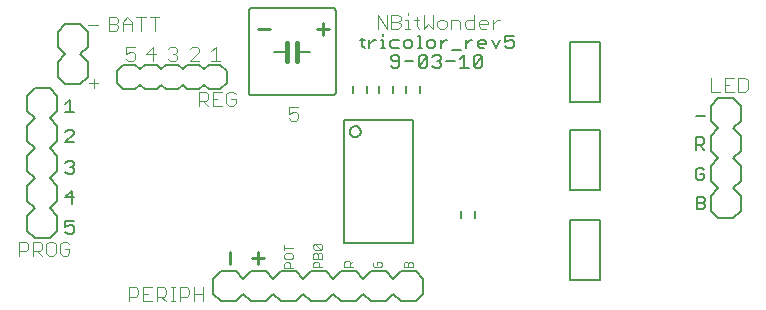
<source format=gto>
G75*
G70*
%OFA0B0*%
%FSLAX24Y24*%
%IPPOS*%
%LPD*%
%AMOC8*
5,1,8,0,0,1.08239X$1,22.5*
%
%ADD10C,0.0110*%
%ADD11C,0.0080*%
%ADD12C,0.0040*%
%ADD13C,0.0030*%
%ADD14C,0.0050*%
%ADD15C,0.0060*%
%ADD16C,0.0160*%
D10*
X007885Y002013D02*
X007885Y002407D01*
X008628Y002207D02*
X009022Y002207D01*
X008825Y002403D02*
X008825Y002010D01*
X010999Y009639D02*
X010999Y010032D01*
X010802Y009836D02*
X011196Y009836D01*
X009210Y009844D02*
X008816Y009844D01*
D11*
X012235Y009479D02*
X012375Y009479D01*
X012305Y009549D02*
X012305Y009269D01*
X012375Y009199D01*
X012541Y009199D02*
X012541Y009479D01*
X012541Y009339D02*
X012682Y009479D01*
X012752Y009479D01*
X012925Y009479D02*
X012995Y009479D01*
X012995Y009199D01*
X012925Y009199D02*
X013065Y009199D01*
X013232Y009269D02*
X013302Y009199D01*
X013512Y009199D01*
X013692Y009269D02*
X013762Y009199D01*
X013903Y009199D01*
X013973Y009269D01*
X013973Y009409D01*
X013903Y009479D01*
X013762Y009479D01*
X013692Y009409D01*
X013692Y009269D01*
X013302Y009479D02*
X013232Y009409D01*
X013232Y009269D01*
X013302Y009479D02*
X013512Y009479D01*
X012995Y009619D02*
X012995Y009689D01*
X014153Y009619D02*
X014223Y009619D01*
X014223Y009199D01*
X014153Y009199D02*
X014293Y009199D01*
X014460Y009269D02*
X014530Y009199D01*
X014670Y009199D01*
X014740Y009269D01*
X014740Y009409D01*
X014670Y009479D01*
X014530Y009479D01*
X014460Y009409D01*
X014460Y009269D01*
X014920Y009199D02*
X014920Y009479D01*
X014920Y009339D02*
X015060Y009479D01*
X015130Y009479D01*
X015764Y009479D02*
X015764Y009199D01*
X015764Y009339D02*
X015904Y009479D01*
X015974Y009479D01*
X016148Y009409D02*
X016218Y009479D01*
X016358Y009479D01*
X016428Y009409D01*
X016428Y009339D01*
X016148Y009339D01*
X016148Y009269D02*
X016148Y009409D01*
X016148Y009269D02*
X016218Y009199D01*
X016358Y009199D01*
X016608Y009479D02*
X016748Y009199D01*
X016888Y009479D01*
X017068Y009409D02*
X017208Y009479D01*
X017278Y009479D01*
X017349Y009409D01*
X017349Y009269D01*
X017278Y009199D01*
X017138Y009199D01*
X017068Y009269D01*
X017068Y009409D02*
X017068Y009619D01*
X017349Y009619D01*
X016302Y008900D02*
X016232Y008970D01*
X016092Y008970D01*
X016022Y008900D01*
X016022Y008620D01*
X016302Y008900D01*
X016302Y008620D01*
X016232Y008550D01*
X016092Y008550D01*
X016022Y008620D01*
X015842Y008550D02*
X015561Y008550D01*
X015701Y008550D02*
X015701Y008970D01*
X015561Y008830D01*
X015381Y008760D02*
X015101Y008760D01*
X014921Y008830D02*
X014851Y008760D01*
X014921Y008690D01*
X014921Y008620D01*
X014851Y008550D01*
X014711Y008550D01*
X014641Y008620D01*
X014461Y008620D02*
X014390Y008550D01*
X014250Y008550D01*
X014180Y008620D01*
X014461Y008900D01*
X014461Y008620D01*
X014180Y008620D02*
X014180Y008900D01*
X014250Y008970D01*
X014390Y008970D01*
X014461Y008900D01*
X014641Y008900D02*
X014711Y008970D01*
X014851Y008970D01*
X014921Y008900D01*
X014921Y008830D01*
X014851Y008760D02*
X014781Y008760D01*
X014000Y008760D02*
X013720Y008760D01*
X013540Y008760D02*
X013330Y008760D01*
X013260Y008830D01*
X013260Y008900D01*
X013330Y008970D01*
X013470Y008970D01*
X013540Y008900D01*
X013540Y008620D01*
X013470Y008550D01*
X013330Y008550D01*
X013260Y008620D01*
X015304Y009129D02*
X015584Y009129D01*
X023440Y006955D02*
X023720Y006955D01*
X023920Y006783D02*
X023920Y007283D01*
X024170Y007533D01*
X024670Y007533D01*
X024920Y007283D01*
X024920Y006783D01*
X024670Y006533D01*
X024920Y006283D01*
X024920Y005783D01*
X024670Y005533D01*
X024920Y005283D01*
X024920Y004783D01*
X024670Y004533D01*
X024920Y004283D01*
X024920Y003783D01*
X024670Y003533D01*
X024170Y003533D01*
X023920Y003783D01*
X023920Y004283D01*
X024170Y004533D01*
X023920Y004783D01*
X023920Y005283D01*
X024170Y005533D01*
X023920Y005783D01*
X023920Y006283D01*
X024170Y006533D01*
X023920Y006783D01*
X023621Y006244D02*
X023411Y006244D01*
X023411Y005823D01*
X023551Y005963D02*
X023691Y005823D01*
X023621Y005963D02*
X023411Y005963D01*
X023621Y005963D02*
X023691Y006033D01*
X023691Y006174D01*
X023621Y006244D01*
X023621Y005215D02*
X023481Y005215D01*
X023411Y005145D01*
X023411Y004864D01*
X023481Y004794D01*
X023621Y004794D01*
X023691Y004864D01*
X023691Y005005D01*
X023551Y005005D01*
X023691Y005145D02*
X023621Y005215D01*
X023657Y004252D02*
X023447Y004252D01*
X023447Y003831D01*
X023657Y003831D01*
X023728Y003901D01*
X023728Y003971D01*
X023657Y004041D01*
X023447Y004041D01*
X023657Y004041D02*
X023728Y004111D01*
X023728Y004181D01*
X023657Y004252D01*
X014333Y001512D02*
X014333Y001012D01*
X014083Y000762D01*
X013583Y000762D01*
X013333Y001012D01*
X013083Y000762D01*
X012583Y000762D01*
X012333Y001012D01*
X012083Y000762D01*
X011583Y000762D01*
X011333Y001012D01*
X011083Y000762D01*
X010583Y000762D01*
X010333Y001012D01*
X010083Y000762D01*
X009583Y000762D01*
X009333Y001012D01*
X009083Y000762D01*
X008583Y000762D01*
X008333Y001012D01*
X008083Y000762D01*
X007583Y000762D01*
X007333Y001012D01*
X007333Y001512D01*
X007583Y001762D01*
X008083Y001762D01*
X008333Y001512D01*
X008583Y001762D01*
X009083Y001762D01*
X009333Y001512D01*
X009583Y001762D01*
X010083Y001762D01*
X010333Y001512D01*
X010583Y001762D01*
X011083Y001762D01*
X011333Y001512D01*
X011583Y001762D01*
X012083Y001762D01*
X012333Y001512D01*
X012583Y001762D01*
X013083Y001762D01*
X013333Y001512D01*
X013583Y001762D01*
X014083Y001762D01*
X014333Y001512D01*
X002685Y003090D02*
X002615Y003020D01*
X002475Y003020D01*
X002404Y003090D01*
X002404Y003230D02*
X002545Y003300D01*
X002615Y003300D01*
X002685Y003230D01*
X002685Y003090D01*
X002404Y003230D02*
X002404Y003440D01*
X002685Y003440D01*
X002133Y003612D02*
X002133Y003112D01*
X001883Y002862D01*
X001383Y002862D01*
X001133Y003112D01*
X001133Y003612D01*
X001383Y003862D01*
X001133Y004112D01*
X001133Y004612D01*
X001383Y004862D01*
X001133Y005112D01*
X001133Y005612D01*
X001383Y005862D01*
X001133Y006112D01*
X001133Y006612D01*
X001383Y006862D01*
X001133Y007112D01*
X001133Y007612D01*
X001383Y007862D01*
X001883Y007862D01*
X002133Y007612D01*
X002133Y007112D01*
X001883Y006862D01*
X002133Y006612D01*
X002133Y006112D01*
X001883Y005862D01*
X002133Y005612D01*
X002133Y005112D01*
X001883Y004862D01*
X002133Y004612D01*
X002133Y004112D01*
X001883Y003862D01*
X002133Y003612D01*
X002615Y004020D02*
X002615Y004440D01*
X002404Y004230D01*
X002685Y004230D01*
X002615Y005020D02*
X002475Y005020D01*
X002404Y005090D01*
X002545Y005230D02*
X002615Y005230D01*
X002685Y005160D01*
X002685Y005090D01*
X002615Y005020D01*
X002615Y005230D02*
X002685Y005300D01*
X002685Y005370D01*
X002615Y005440D01*
X002475Y005440D01*
X002404Y005370D01*
X002404Y006070D02*
X002685Y006350D01*
X002685Y006420D01*
X002615Y006490D01*
X002475Y006490D01*
X002404Y006420D01*
X002404Y006070D02*
X002685Y006070D01*
X002685Y007070D02*
X002404Y007070D01*
X002545Y007070D02*
X002545Y007490D01*
X002404Y007350D01*
X002401Y008008D02*
X002901Y008008D01*
X003151Y008258D01*
X003151Y008758D01*
X002901Y009008D01*
X003151Y009258D01*
X003151Y009758D01*
X002901Y010008D01*
X002401Y010008D01*
X002151Y009758D01*
X002151Y009258D01*
X002401Y009008D01*
X002151Y008758D01*
X002151Y008258D01*
X002401Y008008D01*
D12*
X004532Y001228D02*
X004532Y000767D01*
X004532Y000921D02*
X004762Y000921D01*
X004838Y000998D01*
X004838Y001151D01*
X004762Y001228D01*
X004532Y001228D01*
X004992Y001228D02*
X004992Y000767D01*
X005299Y000767D01*
X005452Y000767D02*
X005452Y001228D01*
X005682Y001228D01*
X005759Y001151D01*
X005759Y000998D01*
X005682Y000921D01*
X005452Y000921D01*
X005606Y000921D02*
X005759Y000767D01*
X005913Y000767D02*
X006066Y000767D01*
X005989Y000767D02*
X005989Y001228D01*
X005913Y001228D02*
X006066Y001228D01*
X006219Y001228D02*
X006450Y001228D01*
X006526Y001151D01*
X006526Y000998D01*
X006450Y000921D01*
X006219Y000921D01*
X006680Y000998D02*
X006987Y000998D01*
X006987Y001228D02*
X006987Y000767D01*
X006680Y000767D02*
X006680Y001228D01*
X006219Y001228D02*
X006219Y000767D01*
X005299Y001228D02*
X004992Y001228D01*
X004992Y000998D02*
X005145Y000998D01*
X002541Y002359D02*
X002464Y002282D01*
X002310Y002282D01*
X002234Y002359D01*
X002234Y002666D01*
X002310Y002742D01*
X002464Y002742D01*
X002541Y002666D01*
X002080Y002666D02*
X002003Y002742D01*
X001850Y002742D01*
X001773Y002666D01*
X001773Y002359D01*
X001850Y002282D01*
X002003Y002282D01*
X002080Y002359D01*
X002080Y002666D01*
X002387Y002512D02*
X002541Y002512D01*
X002541Y002359D01*
X001620Y002282D02*
X001466Y002435D01*
X001543Y002435D02*
X001313Y002435D01*
X001159Y002512D02*
X001083Y002435D01*
X000853Y002435D01*
X001159Y002512D02*
X001159Y002666D01*
X001083Y002742D01*
X000853Y002742D01*
X000853Y002282D01*
X001313Y002282D02*
X001313Y002742D01*
X001543Y002742D01*
X001620Y002666D01*
X001620Y002512D01*
X001543Y002435D01*
X009853Y006859D02*
X009929Y006782D01*
X010083Y006782D01*
X010159Y006859D01*
X010159Y007012D01*
X010083Y007089D01*
X010006Y007089D01*
X009853Y007012D01*
X009853Y007242D01*
X010159Y007242D01*
X008080Y007359D02*
X008080Y007512D01*
X007927Y007512D01*
X008080Y007666D02*
X008003Y007742D01*
X007850Y007742D01*
X007773Y007666D01*
X007773Y007359D01*
X007850Y007282D01*
X008003Y007282D01*
X008080Y007359D01*
X007620Y007282D02*
X007313Y007282D01*
X007313Y007742D01*
X007620Y007742D01*
X007466Y007512D02*
X007313Y007512D01*
X007159Y007512D02*
X007083Y007435D01*
X006853Y007435D01*
X006853Y007282D02*
X006853Y007742D01*
X007083Y007742D01*
X007159Y007666D01*
X007159Y007512D01*
X007006Y007435D02*
X007159Y007282D01*
X007256Y008791D02*
X007563Y008791D01*
X007409Y008791D02*
X007409Y009251D01*
X007256Y009097D01*
X006852Y009088D02*
X006852Y009165D01*
X006775Y009242D01*
X006622Y009242D01*
X006545Y009165D01*
X006852Y009088D02*
X006545Y008781D01*
X006852Y008781D01*
X006133Y008858D02*
X006056Y008781D01*
X005903Y008781D01*
X005826Y008858D01*
X005979Y009012D02*
X006056Y009012D01*
X006133Y008935D01*
X006133Y008858D01*
X006056Y009012D02*
X006133Y009088D01*
X006133Y009165D01*
X006056Y009242D01*
X005903Y009242D01*
X005826Y009165D01*
X005413Y009012D02*
X005107Y009012D01*
X005337Y009242D01*
X005337Y008781D01*
X005337Y009242D01*
X005107Y009012D01*
X005413Y009012D01*
X004721Y009012D02*
X004721Y008858D01*
X004645Y008781D01*
X004491Y008781D01*
X004414Y008858D01*
X004414Y009012D02*
X004568Y009088D01*
X004645Y009088D01*
X004721Y009012D01*
X004414Y009012D02*
X004414Y009242D01*
X004721Y009242D01*
X004620Y009782D02*
X004620Y010089D01*
X004466Y010242D01*
X004313Y010089D01*
X004313Y009782D01*
X004159Y009859D02*
X004083Y009782D01*
X003853Y009782D01*
X003853Y010242D01*
X004083Y010242D01*
X004159Y010166D01*
X004159Y010089D01*
X004083Y010012D01*
X003853Y010012D01*
X004083Y010012D02*
X004159Y009935D01*
X004159Y009859D01*
X004313Y010012D02*
X004620Y010012D01*
X004773Y010242D02*
X005080Y010242D01*
X004927Y010242D02*
X004927Y009782D01*
X005387Y009782D02*
X005387Y010242D01*
X005234Y010242D02*
X005541Y010242D01*
X003480Y009982D02*
X003173Y009982D01*
X003347Y008182D02*
X003347Y007875D01*
X003194Y008029D02*
X003500Y008029D01*
X012810Y009852D02*
X012810Y010312D01*
X013117Y009852D01*
X013117Y010312D01*
X013271Y010312D02*
X013501Y010312D01*
X013578Y010235D01*
X013578Y010158D01*
X013501Y010082D01*
X013271Y010082D01*
X013501Y010082D02*
X013578Y010005D01*
X013578Y009928D01*
X013501Y009852D01*
X013271Y009852D01*
X013271Y010312D01*
X013731Y010158D02*
X013808Y010158D01*
X013808Y009852D01*
X013884Y009852D02*
X013731Y009852D01*
X014115Y009928D02*
X014191Y009852D01*
X014115Y009928D02*
X014115Y010235D01*
X014038Y010158D02*
X014191Y010158D01*
X014345Y010312D02*
X014345Y009852D01*
X014498Y010005D01*
X014652Y009852D01*
X014652Y010312D01*
X014882Y010158D02*
X014805Y010082D01*
X014805Y009928D01*
X014882Y009852D01*
X015035Y009852D01*
X015112Y009928D01*
X015112Y010082D01*
X015035Y010158D01*
X014882Y010158D01*
X015265Y010158D02*
X015496Y010158D01*
X015572Y010082D01*
X015572Y009852D01*
X015726Y009928D02*
X015803Y009852D01*
X016033Y009852D01*
X016033Y010312D01*
X016033Y010158D02*
X015803Y010158D01*
X015726Y010082D01*
X015726Y009928D01*
X016186Y009928D02*
X016263Y009852D01*
X016416Y009852D01*
X016647Y009852D02*
X016647Y010158D01*
X016800Y010158D02*
X016877Y010158D01*
X016800Y010158D02*
X016647Y010005D01*
X016493Y010005D02*
X016186Y010005D01*
X016186Y010082D02*
X016263Y010158D01*
X016416Y010158D01*
X016493Y010082D01*
X016493Y010005D01*
X016186Y009928D02*
X016186Y010082D01*
X015265Y010158D02*
X015265Y009852D01*
X013808Y010312D02*
X013808Y010389D01*
X023919Y008211D02*
X023919Y007751D01*
X024226Y007751D01*
X024379Y007751D02*
X024686Y007751D01*
X024840Y007751D02*
X025070Y007751D01*
X025146Y007828D01*
X025146Y008135D01*
X025070Y008211D01*
X024840Y008211D01*
X024840Y007751D01*
X024379Y007751D02*
X024379Y008211D01*
X024686Y008211D01*
X024533Y007981D02*
X024379Y007981D01*
D13*
X010961Y002627D02*
X010961Y002530D01*
X010912Y002482D01*
X010719Y002676D01*
X010912Y002676D01*
X010961Y002627D01*
X010912Y002482D02*
X010719Y002482D01*
X010670Y002530D01*
X010670Y002627D01*
X010719Y002676D01*
X010719Y002381D02*
X010767Y002381D01*
X010816Y002333D01*
X010816Y002187D01*
X010816Y002086D02*
X010864Y002038D01*
X010864Y001893D01*
X010961Y001893D02*
X010670Y001893D01*
X010670Y002038D01*
X010719Y002086D01*
X010816Y002086D01*
X010961Y002187D02*
X010670Y002187D01*
X010670Y002333D01*
X010719Y002381D01*
X010816Y002333D02*
X010864Y002381D01*
X010912Y002381D01*
X010961Y002333D01*
X010961Y002187D01*
X011705Y002059D02*
X011705Y001913D01*
X011995Y001913D01*
X011898Y001913D02*
X011898Y002059D01*
X011850Y002107D01*
X011753Y002107D01*
X011705Y002059D01*
X011898Y002010D02*
X011995Y002107D01*
X012656Y002038D02*
X012656Y001941D01*
X012705Y001893D01*
X012898Y001893D01*
X012947Y001941D01*
X012947Y002038D01*
X012898Y002086D01*
X012801Y002086D01*
X012801Y001990D01*
X012801Y002086D01*
X012898Y002086D01*
X012947Y002038D01*
X012947Y001941D01*
X012898Y001893D01*
X012705Y001893D01*
X012656Y001941D01*
X012656Y002038D01*
X012705Y002086D01*
X012656Y002038D01*
X013691Y002038D02*
X013691Y001893D01*
X013981Y001893D01*
X013981Y002038D01*
X013932Y002086D01*
X013884Y002086D01*
X013836Y002038D01*
X013836Y001893D01*
X013836Y002038D02*
X013787Y002086D01*
X013739Y002086D01*
X013691Y002038D01*
X009989Y001872D02*
X009698Y001872D01*
X009698Y002017D01*
X009747Y002066D01*
X009844Y002066D01*
X009892Y002017D01*
X009892Y001872D01*
X009940Y002167D02*
X009747Y002167D01*
X009698Y002215D01*
X009698Y002312D01*
X009747Y002360D01*
X009940Y002360D01*
X009989Y002312D01*
X009989Y002215D01*
X009940Y002167D01*
X009698Y002461D02*
X009698Y002655D01*
X009698Y002558D02*
X009989Y002558D01*
D14*
X019233Y003462D02*
X019233Y001462D01*
X020233Y001462D01*
X020233Y003462D01*
X019233Y003462D01*
X019233Y004462D02*
X019233Y006462D01*
X020233Y006462D01*
X020233Y004462D01*
X019233Y004462D01*
X019233Y007412D02*
X019233Y009412D01*
X020233Y009412D01*
X020233Y007412D01*
X019233Y007412D01*
X007786Y008048D02*
X007570Y007831D01*
X007176Y007831D01*
X007019Y007989D01*
X006861Y007831D01*
X006467Y007831D01*
X006310Y007989D01*
X006152Y007831D01*
X005759Y007831D01*
X005601Y007989D01*
X005444Y007831D01*
X005050Y007831D01*
X004893Y007989D01*
X004735Y007831D01*
X004341Y007831D01*
X004125Y008048D01*
X004125Y008441D01*
X004341Y008658D01*
X004735Y008658D01*
X004893Y008500D01*
X005050Y008658D01*
X005444Y008658D01*
X005601Y008500D01*
X005759Y008658D01*
X006152Y008658D01*
X006310Y008500D01*
X006467Y008658D01*
X006861Y008658D01*
X007019Y008500D01*
X007176Y008658D01*
X007570Y008658D01*
X007786Y008441D01*
X007786Y008048D01*
D15*
X008511Y007742D02*
X008511Y010442D01*
X008513Y010459D01*
X008517Y010476D01*
X008524Y010492D01*
X008534Y010506D01*
X008547Y010519D01*
X008561Y010529D01*
X008577Y010536D01*
X008594Y010540D01*
X008611Y010542D01*
X011311Y010542D01*
X011328Y010540D01*
X011345Y010536D01*
X011361Y010529D01*
X011375Y010519D01*
X011388Y010506D01*
X011398Y010492D01*
X011405Y010476D01*
X011409Y010459D01*
X011411Y010442D01*
X011411Y007742D01*
X011409Y007725D01*
X011405Y007708D01*
X011398Y007692D01*
X011388Y007678D01*
X011375Y007665D01*
X011361Y007655D01*
X011345Y007648D01*
X011328Y007644D01*
X011311Y007642D01*
X008611Y007642D01*
X008594Y007644D01*
X008577Y007648D01*
X008561Y007655D01*
X008547Y007665D01*
X008534Y007678D01*
X008524Y007692D01*
X008517Y007708D01*
X008513Y007725D01*
X008511Y007742D01*
X009361Y009092D02*
X009791Y009092D01*
X010141Y009092D02*
X010561Y009092D01*
X011996Y007930D02*
X011996Y007694D01*
X012469Y007694D02*
X012469Y007930D01*
X012846Y007930D02*
X012846Y007694D01*
X013319Y007694D02*
X013319Y007930D01*
X013746Y007930D02*
X013746Y007694D01*
X014219Y007694D02*
X014219Y007930D01*
X013984Y006809D02*
X011681Y006809D01*
X011681Y002715D01*
X013984Y002715D01*
X013984Y006809D01*
X011884Y006425D02*
X011886Y006451D01*
X011892Y006477D01*
X011901Y006502D01*
X011914Y006525D01*
X011930Y006546D01*
X011949Y006564D01*
X011971Y006580D01*
X011994Y006592D01*
X012019Y006600D01*
X012045Y006605D01*
X012072Y006606D01*
X012098Y006603D01*
X012123Y006596D01*
X012148Y006586D01*
X012170Y006572D01*
X012191Y006555D01*
X012208Y006536D01*
X012223Y006514D01*
X012234Y006490D01*
X012242Y006464D01*
X012246Y006438D01*
X012246Y006412D01*
X012242Y006386D01*
X012234Y006360D01*
X012223Y006336D01*
X012208Y006314D01*
X012191Y006295D01*
X012170Y006278D01*
X012148Y006264D01*
X012123Y006254D01*
X012098Y006247D01*
X012072Y006244D01*
X012045Y006245D01*
X012019Y006250D01*
X011994Y006258D01*
X011971Y006270D01*
X011949Y006286D01*
X011930Y006304D01*
X011914Y006325D01*
X011901Y006348D01*
X011892Y006373D01*
X011886Y006399D01*
X011884Y006425D01*
X015596Y003780D02*
X015596Y003544D01*
X016069Y003544D02*
X016069Y003780D01*
D16*
X010141Y008792D02*
X010141Y009092D01*
X010141Y009392D01*
X009791Y009392D02*
X009791Y009092D01*
X009791Y008792D01*
M02*

</source>
